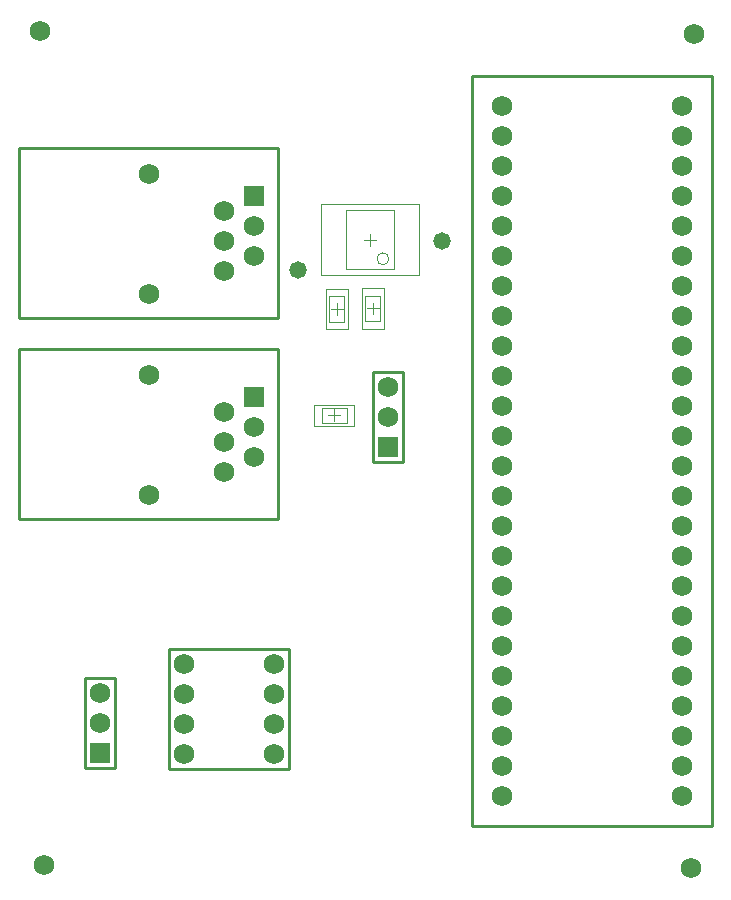
<source format=gbs>
G04*
G04 #@! TF.GenerationSoftware,Altium Limited,Altium Designer,19.1.8 (144)*
G04*
G04 Layer_Color=16711935*
%FSLAX25Y25*%
%MOIN*%
G70*
G01*
G75*
%ADD12C,0.01000*%
%ADD14C,0.00394*%
%ADD15C,0.00197*%
%ADD24C,0.06800*%
%ADD25R,0.06800X0.06800*%
%ADD26C,0.05800*%
D12*
X157000Y26500D02*
Y276500D01*
Y26500D02*
X237000D01*
Y276500D01*
X157000D02*
X237000D01*
X124000Y178000D02*
X134000D01*
X124000Y147999D02*
Y178000D01*
Y147999D02*
X134000D01*
Y178000D01*
X38000Y45999D02*
Y76000D01*
X28000Y45999D02*
X38000D01*
X28000D02*
Y76000D01*
X38000D01*
X96000Y45500D02*
Y85500D01*
X56000Y45500D02*
X96000D01*
X56000D02*
Y85500D01*
X96000D01*
X6000Y252500D02*
X50000D01*
X6000Y196000D02*
Y252500D01*
Y196000D02*
X92500D01*
Y252500D01*
X49500D02*
X92500D01*
X6000Y185500D02*
X50000D01*
X6000Y129000D02*
Y185500D01*
Y129000D02*
X92500D01*
Y185500D01*
X49500D02*
X92500D01*
D14*
X129299Y215701D02*
G03*
X129299Y215701I-1969J0D01*
G01*
X106909Y161020D02*
X115374D01*
X106909Y165980D02*
X115374D01*
Y161020D02*
Y165980D01*
X106909Y161020D02*
Y165980D01*
X121520Y203374D02*
X126480D01*
X121520Y194909D02*
X126480D01*
Y203374D01*
X121520Y194909D02*
Y203374D01*
X114480Y194768D02*
Y203232D01*
X109520Y194768D02*
Y203232D01*
X114480D01*
X109520Y194768D02*
X114480D01*
X115126Y231842D02*
X130874D01*
X115126Y212158D02*
X130874D01*
X115126D02*
Y231842D01*
X130874Y212158D02*
Y231842D01*
X111142Y161531D02*
Y165469D01*
X109173Y163500D02*
X113110D01*
X124000Y197173D02*
Y201110D01*
X122031Y199142D02*
X125969D01*
X110031Y199000D02*
X113969D01*
X112000Y197031D02*
Y200969D01*
X123000Y220031D02*
Y223969D01*
X121031Y222000D02*
X124969D01*
D15*
X104449Y159957D02*
X117835D01*
X104449Y167043D02*
X117835D01*
Y159957D02*
Y167043D01*
X104449Y159957D02*
Y167043D01*
X120260Y205835D02*
X127740D01*
X120260Y192449D02*
X127740D01*
Y205835D01*
X120260Y192449D02*
Y205835D01*
X115543Y192307D02*
Y205693D01*
X108457Y192307D02*
Y205693D01*
X115543D01*
X108457Y192307D02*
X115543D01*
X106661Y233811D02*
X139339D01*
X106661Y210189D02*
X139339D01*
X106661D02*
Y233811D01*
X139339Y210189D02*
Y233811D01*
D24*
X227000Y106500D02*
D03*
Y116500D02*
D03*
Y126500D02*
D03*
Y266500D02*
D03*
Y256500D02*
D03*
Y246500D02*
D03*
X167000Y126500D02*
D03*
X227000Y96500D02*
D03*
Y86500D02*
D03*
Y76500D02*
D03*
Y66500D02*
D03*
Y56500D02*
D03*
Y46500D02*
D03*
Y36500D02*
D03*
X167000D02*
D03*
Y46500D02*
D03*
Y56500D02*
D03*
Y66500D02*
D03*
Y76500D02*
D03*
Y86500D02*
D03*
Y96500D02*
D03*
Y106500D02*
D03*
Y116500D02*
D03*
X227000Y236500D02*
D03*
Y226500D02*
D03*
Y216500D02*
D03*
Y206500D02*
D03*
Y196500D02*
D03*
Y186500D02*
D03*
Y176500D02*
D03*
Y166500D02*
D03*
Y156500D02*
D03*
Y146500D02*
D03*
Y136500D02*
D03*
X167000D02*
D03*
Y146500D02*
D03*
Y156500D02*
D03*
Y166500D02*
D03*
Y176500D02*
D03*
Y186500D02*
D03*
Y196500D02*
D03*
Y206500D02*
D03*
Y216500D02*
D03*
Y226500D02*
D03*
Y236500D02*
D03*
Y246500D02*
D03*
Y256500D02*
D03*
Y266500D02*
D03*
X129000Y163000D02*
D03*
Y173000D02*
D03*
X33000Y71000D02*
D03*
Y61000D02*
D03*
X91000Y50500D02*
D03*
Y60500D02*
D03*
Y70500D02*
D03*
Y80500D02*
D03*
X61000D02*
D03*
Y70500D02*
D03*
Y60500D02*
D03*
Y50500D02*
D03*
X74500Y211500D02*
D03*
Y221500D02*
D03*
Y231500D02*
D03*
X84500Y216500D02*
D03*
Y226500D02*
D03*
X49500Y204000D02*
D03*
Y244000D02*
D03*
X74500Y144500D02*
D03*
Y154500D02*
D03*
Y164500D02*
D03*
X84500Y149500D02*
D03*
Y159500D02*
D03*
X49500Y137000D02*
D03*
Y177000D02*
D03*
X230000Y12500D02*
D03*
X14500Y13500D02*
D03*
X13000Y291500D02*
D03*
X231000Y290500D02*
D03*
D25*
X129000Y153000D02*
D03*
X33000Y51000D02*
D03*
X84500Y236500D02*
D03*
Y169500D02*
D03*
D26*
X99000Y212000D02*
D03*
X147000Y221500D02*
D03*
M02*

</source>
